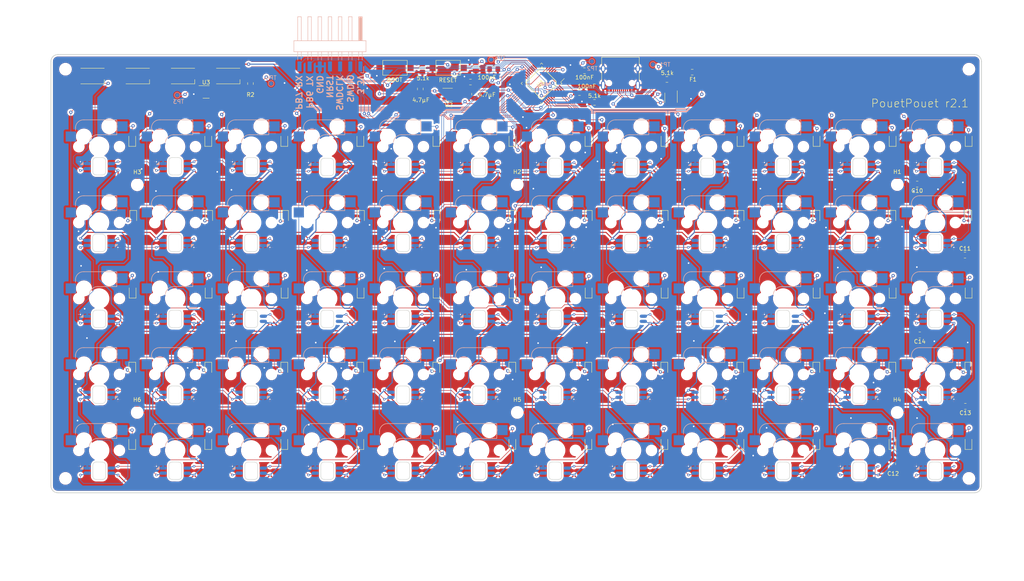
<source format=kicad_pcb>
(kicad_pcb (version 20211014) (generator pcbnew)

  (general
    (thickness 1.6)
  )

  (paper "A3")
  (title_block
    (comment 4 "AISLER Project ID: DXPKZOPX")
  )

  (layers
    (0 "F.Cu" signal)
    (31 "B.Cu" signal)
    (32 "B.Adhes" user "B.Adhesive")
    (33 "F.Adhes" user "F.Adhesive")
    (34 "B.Paste" user)
    (35 "F.Paste" user)
    (36 "B.SilkS" user "B.Silkscreen")
    (37 "F.SilkS" user "F.Silkscreen")
    (38 "B.Mask" user)
    (39 "F.Mask" user)
    (40 "Dwgs.User" user "User.Drawings")
    (41 "Cmts.User" user "User.Comments")
    (42 "Eco1.User" user "User.Eco1")
    (43 "Eco2.User" user "User.Eco2")
    (44 "Edge.Cuts" user)
    (45 "Margin" user)
    (46 "B.CrtYd" user "B.Courtyard")
    (47 "F.CrtYd" user "F.Courtyard")
    (48 "B.Fab" user)
    (49 "F.Fab" user)
  )

  (setup
    (stackup
      (layer "F.SilkS" (type "Top Silk Screen"))
      (layer "F.Paste" (type "Top Solder Paste"))
      (layer "F.Mask" (type "Top Solder Mask") (thickness 0.01))
      (layer "F.Cu" (type "copper") (thickness 0.035))
      (layer "dielectric 1" (type "core") (thickness 1.51) (material "FR4") (epsilon_r 4.5) (loss_tangent 0.02))
      (layer "B.Cu" (type "copper") (thickness 0.035))
      (layer "B.Mask" (type "Bottom Solder Mask") (color "Black") (thickness 0.01))
      (layer "B.Paste" (type "Bottom Solder Paste"))
      (layer "B.SilkS" (type "Bottom Silk Screen"))
      (copper_finish "ENIG")
      (dielectric_constraints no)
    )
    (pad_to_mask_clearance 0)
    (grid_origin 158.1021 86.231)
    (pcbplotparams
      (layerselection 0x00010f0_ffffffff)
      (disableapertmacros false)
      (usegerberextensions true)
      (usegerberattributes false)
      (usegerberadvancedattributes false)
      (creategerberjobfile false)
      (svguseinch false)
      (svgprecision 6)
      (excludeedgelayer true)
      (plotframeref false)
      (viasonmask false)
      (mode 1)
      (useauxorigin false)
      (hpglpennumber 1)
      (hpglpenspeed 20)
      (hpglpendiameter 15.000000)
      (dxfpolygonmode true)
      (dxfimperialunits true)
      (dxfusepcbnewfont true)
      (psnegative false)
      (psa4output false)
      (plotreference true)
      (plotvalue true)
      (plotinvisibletext false)
      (sketchpadsonfab false)
      (subtractmaskfromsilk true)
      (outputformat 1)
      (mirror false)
      (drillshape 0)
      (scaleselection 1)
      (outputdirectory "/tmp/gerber/")
    )
  )

  (net 0 "")
  (net 1 "GND")
  (net 2 "D+")
  (net 3 "Net-(J1-PadB5)")
  (net 4 "D-")
  (net 5 "Net-(J1-PadA5)")
  (net 6 "SWDIO")
  (net 7 "SWDCLK")
  (net 8 "COL4")
  (net 9 "COL5")
  (net 10 "COL2")
  (net 11 "COL6")
  (net 12 "COL3")
  (net 13 "COL1")
  (net 14 "Net-(R1-Pad1)")
  (net 15 "ROW1")
  (net 16 "ROW2")
  (net 17 "ROW3")
  (net 18 "ROW4")
  (net 19 "Net-(D26-Pad2)")
  (net 20 "Net-(D36-Pad2)")
  (net 21 "Net-(D35-Pad2)")
  (net 22 "Net-(D34-Pad2)")
  (net 23 "Net-(D33-Pad2)")
  (net 24 "Net-(D25-Pad2)")
  (net 25 "Net-(D24-Pad2)")
  (net 26 "Net-(D23-Pad2)")
  (net 27 "Net-(D21-Pad2)")
  (net 28 "Net-(D19-Pad2)")
  (net 29 "Net-(D16-Pad2)")
  (net 30 "Net-(D14-Pad2)")
  (net 31 "Net-(D12-Pad2)")
  (net 32 "Net-(D11-Pad2)")
  (net 33 "Net-(D15-Pad2)")
  (net 34 "Net-(D17-Pad2)")
  (net 35 "Net-(D13-Pad2)")
  (net 36 "Net-(D18-Pad2)")
  (net 37 "Net-(D22-Pad2)")
  (net 38 "Net-(D27-Pad2)")
  (net 39 "Net-(D28-Pad2)")
  (net 40 "Net-(D29-Pad2)")
  (net 41 "Net-(D31-Pad2)")
  (net 42 "Net-(D32-Pad2)")
  (net 43 "Net-(D37-Pad2)")
  (net 44 "Net-(D38-Pad2)")
  (net 45 "Net-(D39-Pad2)")
  (net 46 "Net-(D41-Pad2)")
  (net 47 "Net-(D42-Pad2)")
  (net 48 "Net-(D43-Pad2)")
  (net 49 "Net-(D44-Pad2)")
  (net 50 "Net-(D45-Pad2)")
  (net 51 "Net-(D46-Pad2)")
  (net 52 "Net-(D47-Pad2)")
  (net 53 "Net-(D48-Pad2)")
  (net 54 "Net-(D49-Pad2)")
  (net 55 "Net-(D51-Pad2)")
  (net 56 "ROW5")
  (net 57 "Net-(D52-Pad2)")
  (net 58 "Net-(D53-Pad2)")
  (net 59 "Net-(D54-Pad2)")
  (net 60 "Net-(D55-Pad2)")
  (net 61 "Net-(D56-Pad2)")
  (net 62 "Net-(D57-Pad2)")
  (net 63 "Net-(D58-Pad2)")
  (net 64 "Net-(D59-Pad2)")
  (net 65 "Net-(D110-Pad2)")
  (net 66 "Net-(D111-Pad2)")
  (net 67 "Net-(D112-Pad2)")
  (net 68 "Net-(D210-Pad2)")
  (net 69 "Net-(D211-Pad2)")
  (net 70 "Net-(D212-Pad2)")
  (net 71 "Net-(D310-Pad2)")
  (net 72 "Net-(D311-Pad2)")
  (net 73 "Net-(D312-Pad2)")
  (net 74 "Net-(D410-Pad2)")
  (net 75 "Net-(D411-Pad2)")
  (net 76 "Net-(D412-Pad2)")
  (net 77 "Net-(D510-Pad2)")
  (net 78 "Net-(D511-Pad2)")
  (net 79 "Net-(D512-Pad2)")
  (net 80 "COL7")
  (net 81 "COL8")
  (net 82 "COL9")
  (net 83 "COL10")
  (net 84 "COL11")
  (net 85 "COL12")
  (net 86 "SPI1_MOSI_PA7")
  (net 87 "U1_TX_PB6")
  (net 88 "U1_RX_PB7")
  (net 89 "NRST")
  (net 90 "unconnected-(U1-Pad12)")
  (net 91 "Net-(R2-Pad1)")
  (net 92 "VCC")
  (net 93 "SK6812_PWR")
  (net 94 "SK6812_STATUS_OUT")
  (net 95 "Net-(SKR1C1-Pad4)")
  (net 96 "Net-(SKR1C1-Pad2)")
  (net 97 "Net-(SKR1C2-Pad4)")
  (net 98 "Net-(SKR1C3-Pad4)")
  (net 99 "Net-(SKR1C4-Pad4)")
  (net 100 "Net-(SKR1C5-Pad4)")
  (net 101 "Net-(SKR1C6-Pad4)")
  (net 102 "Net-(SKR1C7-Pad4)")
  (net 103 "Net-(SKR1C8-Pad4)")
  (net 104 "Net-(SKR1C10-Pad2)")
  (net 105 "Net-(SKR1C10-Pad4)")
  (net 106 "Net-(SKR1C11-Pad4)")
  (net 107 "Net-(SKR2C1-Pad2)")
  (net 108 "Net-(SKR2C2-Pad2)")
  (net 109 "Net-(SKR2C3-Pad2)")
  (net 110 "Net-(SKR2C4-Pad2)")
  (net 111 "Net-(SKR2C5-Pad2)")
  (net 112 "Net-(SKR2C6-Pad2)")
  (net 113 "Net-(SKR2C7-Pad2)")
  (net 114 "Net-(SKR2C8-Pad2)")
  (net 115 "Net-(SKR2C10-Pad4)")
  (net 116 "Net-(SKR2C10-Pad2)")
  (net 117 "Net-(SKR2C11-Pad2)")
  (net 118 "Net-(SKR2C12-Pad2)")
  (net 119 "Net-(SKR3C1-Pad4)")
  (net 120 "Net-(SKR3C1-Pad2)")
  (net 121 "Net-(SKR3C2-Pad4)")
  (net 122 "Net-(SKR3C3-Pad4)")
  (net 123 "Net-(SKR3C4-Pad4)")
  (net 124 "Net-(SKR3C5-Pad4)")
  (net 125 "Net-(SKR3C6-Pad4)")
  (net 126 "Net-(SKR3C7-Pad4)")
  (net 127 "Net-(SKR3C8-Pad4)")
  (net 128 "Net-(SKR3C10-Pad2)")
  (net 129 "Net-(SKR3C10-Pad4)")
  (net 130 "Net-(SKR3C11-Pad4)")
  (net 131 "Net-(SKR4C1-Pad2)")
  (net 132 "Net-(SKR4C2-Pad2)")
  (net 133 "Net-(SKR4C3-Pad2)")
  (net 134 "Net-(SKR4C4-Pad2)")
  (net 135 "Net-(SKR4C5-Pad2)")
  (net 136 "Net-(SKR4C6-Pad2)")
  (net 137 "Net-(SKR4C7-Pad2)")
  (net 138 "Net-(SKR4C8-Pad2)")
  (net 139 "Net-(SKR4C10-Pad4)")
  (net 140 "Net-(SKR4C10-Pad2)")
  (net 141 "Net-(SKR4C11-Pad2)")
  (net 142 "Net-(SKR4C12-Pad2)")
  (net 143 "Net-(SKR5C1-Pad4)")
  (net 144 "unconnected-(SKR5C1-Pad2)")
  (net 145 "Net-(SKR5C2-Pad4)")
  (net 146 "Net-(SKR5C3-Pad4)")
  (net 147 "unconnected-(J1-PadA8)")
  (net 148 "unconnected-(J1-PadB8)")
  (net 149 "unconnected-(U1-Pad2)")
  (net 150 "unconnected-(U1-Pad3)")
  (net 151 "unconnected-(U1-Pad4)")
  (net 152 "unconnected-(U1-Pad5)")
  (net 153 "unconnected-(U1-Pad6)")
  (net 154 "Net-(SKR5C4-Pad4)")
  (net 155 "Net-(SKR5C5-Pad4)")
  (net 156 "unconnected-(U1-Pad14)")
  (net 157 "unconnected-(U1-Pad16)")
  (net 158 "Net-(SKR5C6-Pad4)")
  (net 159 "Net-(SKR5C7-Pad4)")
  (net 160 "unconnected-(U1-Pad11)")
  (net 161 "unconnected-(U2-Pad4)")
  (net 162 "Net-(SKR5C8-Pad4)")
  (net 163 "Net-(SKR5C10-Pad2)")
  (net 164 "unconnected-(U1-Pad13)")
  (net 165 "unconnected-(U1-Pad29)")
  (net 166 "unconnected-(U1-Pad30)")
  (net 167 "SK6812_IN")
  (net 168 "Net-(SKR5C10-Pad4)")
  (net 169 "Net-(STAT2-Pad1)")
  (net 170 "Net-(STAT3-Pad1)")
  (net 171 "Net-(STAT1-Pad1)")
  (net 172 "Net-(SKR5C11-Pad4)")
  (net 173 "+3V3")
  (net 174 "SPI1_SCK_PA5")

  (footprint "kicad-usb:USB_C_Receptacle_HRO_TYPE-C-31-M-12" (layer "F.Cu") (at 254.8721 84.361 180))

  (footprint "Resistor_SMD:R_0805_2012Metric_Pad1.15x1.40mm_HandSolder" (layer "F.Cu") (at 205.3621 83.181 -90))

  (footprint "Resistor_SMD:R_0805_2012Metric_Pad1.15x1.40mm_HandSolder" (layer "F.Cu") (at 248.3721 91.781 180))

  (footprint "Resistor_SMD:R_0805_2012Metric_Pad1.15x1.40mm_HandSolder" (layer "F.Cu") (at 266.4921 86.051))

  (footprint "Package_QFP:LQFP-48_7x7mm_P0.5mm" (layer "F.Cu") (at 235.1321 87.031 -135))

  (footprint "Capacitor_SMD:C_0805_2012Metric_Pad1.15x1.40mm_HandSolder" (layer "F.Cu") (at 204.8321 88.421 90))

  (footprint "Capacitor_SMD:C_0805_2012Metric_Pad1.15x1.40mm_HandSolder" (layer "F.Cu") (at 218.3921 89.731 90))

  (footprint "Capacitor_SMD:C_0805_2012Metric_Pad1.15x1.40mm_HandSolder" (layer "F.Cu") (at 223.1821 83.511 180))

  (footprint "Capacitor_SMD:C_0805_2012Metric_Pad1.15x1.40mm_HandSolder" (layer "F.Cu") (at 245.8721 83.871 180))

  (footprint "Button_Switch_SMD:SW_SPST_CK_RS282G05A3" (layer "F.Cu") (at 198.5021 83.121 180))

  (footprint "Capacitor_SMD:C_0805_2012Metric_Pad1.15x1.40mm_HandSolder" (layer "F.Cu") (at 218.7221 82.841 90))

  (footprint "Button_Switch_SMD:SW_SPST_CK_RS282G05A3" (layer "F.Cu") (at 211.8021 83.121))

  (footprint "Capacitor_SMD:C_0805_2012Metric_Pad1.15x1.40mm_HandSolder" (layer "F.Cu") (at 244.6271 89.321 180))

  (footprint "Diode_SMD:D_SOD-323" (layer "F.Cu") (at 303.9021 101.281 90))

  (footprint "Diode_SMD:D_SOD-323" (layer "F.Cu") (at 208.8521 101.281 90))

  (footprint "custom:CherryMX_Hotswap" (layer "F.Cu") (at 124.54285 178.85875))

  (footprint "custom:CherryMX_Hotswap" (layer "F.Cu") (at 124.54285 159.85875))

  (footprint "custom:CherryMX_Hotswap" (layer "F.Cu") (at 124.54285 140.85875))

  (footprint "custom:CherryMX_Hotswap" (layer "F.Cu") (at 124.54285 121.85875))

  (footprint "custom:CherryMX_Hotswap" (layer "F.Cu") (at 124.54285 102.85875))

  (footprint "custom:CherryMX_Hotswap" (layer "F.Cu") (at 143.54285 159.85875))

  (footprint "custom:CherryMX_Hotswap" (layer "F.Cu") (at 143.54285 140.85875))

  (footprint "custom:CherryMX_Hotswap" (layer "F.Cu") (at 143.54285 121.85875))

  (footprint "custom:CherryMX_Hotswap" (layer "F.Cu") (at 143.54285 102.85875))

  (footprint "custom:CherryMX_Hotswap" (layer "F.Cu") (at 162.54285 178.85875))

  (footprint "custom:CherryMX_Hotswap" (layer "F.Cu") (at 162.54285 159.85875))

  (footprint "custom:CherryMX_Hotswap" (layer "F.Cu") (at 162.54285 140.85875))

  (footprint "custom:CherryMX_Hotswap" (layer "F.Cu") (at 162.54285 121.85875))

  (footprint "custom:CherryMX_Hotswap" (layer "F.Cu") (at 162.54285 102.85875))

  (footprint "custom:CherryMX_Hotswap" (layer "F.Cu") (at 181.54285 178.85875))

  (footprint "custom:CherryMX_Hotswap" (layer "F.Cu") (at 181.54285 159.85875))

  (footprint "custom:CherryMX_Hotswap" (layer "F.Cu") (at 181.54285 140.85875))

  (footprint "custom:CherryMX_Hotswap" (layer "F.Cu") (at 181.54285 121.85875))

  (footprint "custom:CherryMX_Hotswap" (layer "F.Cu") (at 181.54285 102.85875))

  (footprint "custom:CherryMX_Hotswap" (layer "F.Cu") (at 200.54285 178.85875))

  (footprint "custom:CherryMX_Hotswap" (layer "F.Cu") (at 200.54285 159.85875))

  (footprint "custom:CherryMX_Hotswap" (layer "F.Cu") (at 200.54285 140.85875))

  (footprint "custom:CherryMX_Hotswap" (layer "F.Cu") (at 200.54285 121.85875))

  (footprint "Diode_SMD:D_SOD-323" (layer "F.Cu") (at 322.9121 101.281 90))

  (footprint "Diode_SMD:D_SOD-323" (layer "F.Cu") (at 284.8921 101.281 90))

  (footprint "Diode_SMD:D_SOD-323" (layer "F.Cu") (at 189.99937 120.324636 -90))

  (footprint "Diode_SMD:D_SOD-323" (layer "F.Cu") (at 208.97846 120.324636 -90))

  (footprint "Diode_SMD:D_SOD-323" (layer "F.Cu") (at 227.95755 120.324636 -90))

  (footprint "custom:CherryMX_Hotswap" (layer "F.Cu") (at 314.54285 140.85875))

  (footprint "custom:CherryMX_Hotswap" (layer "F.Cu") (at 314.54285 102.85875))

  (footprint "custom:CherryMX_Hotswap" (layer "F.Cu")
    (tedit 5F70BC32) (tstamp 00000000-0000-0000-0000-00005f50295e)
    (at 333.54285 178.85875)
    (property "Sheetfile" "pouetpouet.kicad_sch")
    (property "Sheetname" "")
    (path "/00000000-0000-0000-0000-00005f728054")
    (attr through_hole)
    (fp_t
... [6120814 chars truncated]
</source>
